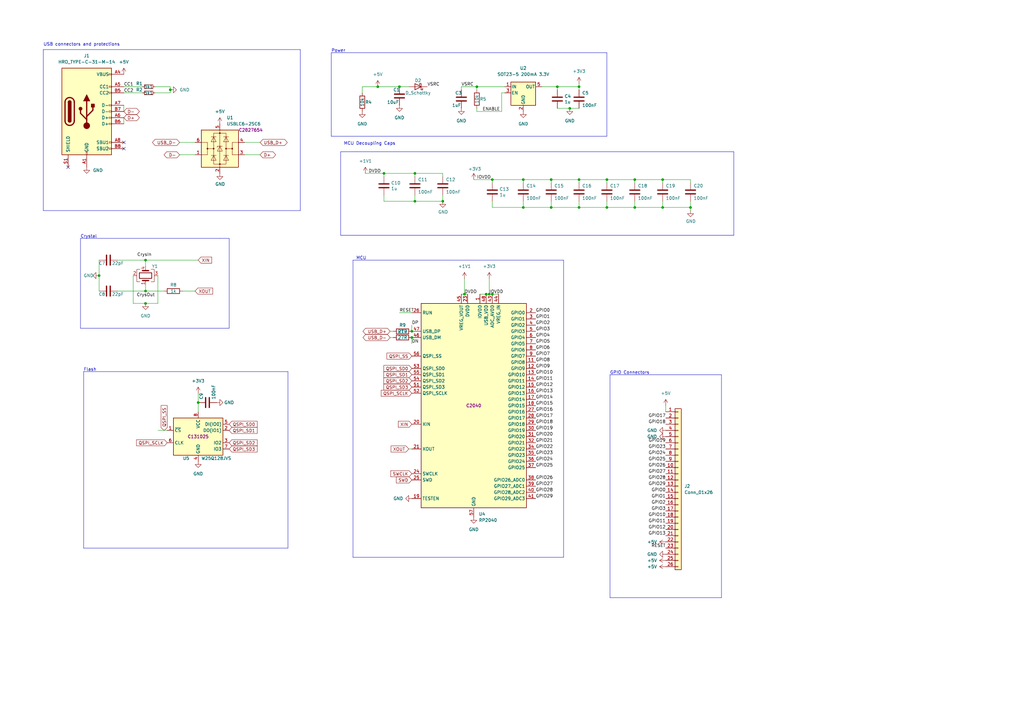
<source format=kicad_sch>
(kicad_sch (version 20211123) (generator eeschema)
  (paper "A3")
  (lib_symbols
    (symbol "Connector:USB_C_Receptacle_USB2.0" (pin_names (offset 1.016))
      (property "Reference" "J" (at -10.16 19.05 0))
      (property "Value" "USB_C_Receptacle_USB2.0" (at 19.05 19.05 0))
      (symbol "USB_C_Receptacle_USB2.0_0_0"
        (rectangle (start -0.254 -17.78) (end 0.254 -16.764))
        (rectangle (start 10.16 -14.986) (end 9.144 -15.494))
        (rectangle (start 10.16 -12.446) (end 9.144 -12.954))
        (rectangle (start 10.16 -4.826) (end 9.144 -5.334))
        (rectangle (start 10.16 -2.286) (end 9.144 -2.794))
        (rectangle (start 10.16 0.254) (end 9.144 -0.254))
        (rectangle (start 10.16 2.794) (end 9.144 2.286))
        (rectangle (start 10.16 7.874) (end 9.144 7.366))
        (rectangle (start 10.16 10.414) (end 9.144 9.906))
        (rectangle (start 10.16 15.494) (end 9.144 14.986))
      )
      (symbol "USB_C_Receptacle_USB2.0_0_1"
        (rectangle (start -10.16 17.78) (end 10.16 -17.78) (stroke (width 0.254)) (fill (type background)))
        (arc (start -8.89 -3.81) (mid -6.985 -5.715) (end -5.08 -3.81) (stroke (width 0.508)))
        (arc (start -7.62 -3.81) (mid -6.985 -4.445) (end -6.35 -3.81) (stroke (width 0.254)))
        (arc (start -7.62 -3.81) (mid -6.985 -4.445) (end -6.35 -3.81) (stroke (width 0.254)) (fill (type outline)))
        (rectangle (start -7.62 -3.81) (end -6.35 3.81) (stroke (width 0.254)) (fill (type outline)))
        (arc (start -6.35 3.81) (mid -6.985 4.445) (end -7.62 3.81) (stroke (width 0.254)))
        (arc (start -6.35 3.81) (mid -6.985 4.445) (end -7.62 3.81) (stroke (width 0.254)) (fill (type outline)))
        (arc (start -5.08 3.81) (mid -6.985 5.715) (end -8.89 3.81) (stroke (width 0.508)))
        (circle (center -2.54 1.143) (radius 0.635) (stroke (width 0.254)) (fill (type outline)))
        (circle (center 0 -5.842) (radius 1.27) (fill (type outline)))
        (polyline (pts (xy -8.89 -3.81) (xy -8.89 3.81)) (stroke (width 0.508)))
        (polyline (pts (xy -5.08 3.81) (xy -5.08 -3.81)) (stroke (width 0.508)))
        (polyline (pts (xy 0 -5.842) (xy 0 4.318)) (stroke (width 0.508)))
        (polyline (pts (xy 0 -3.302) (xy -2.54 -0.762) (xy -2.54 0.508)) (stroke (width 0.508)))
        (polyline (pts (xy 0 -2.032) (xy 2.54 0.508) (xy 2.54 1.778)) (stroke (width 0.508)))
        (polyline (pts (xy -1.27 4.318) (xy 0 6.858) (xy 1.27 4.318) (xy -1.27 4.318)) (stroke (width 0.254)) (fill (type outline)))
        (rectangle (start 1.905 1.778) (end 3.175 3.048) (stroke (width 0.254)) (fill (type outline)))
      )
      (symbol "USB_C_Receptacle_USB2.0_1_1"
        (pin passive line (at 0 -22.86 90) (length 5.08) (name "GND") (number "A1"))
        (pin passive line (at 0 -22.86 90) (length 5.08) hide (name "GND") (number "A12"))
        (pin passive line (at 15.24 15.24 180) (length 5.08) (name "VBUS") (number "A4"))
        (pin bidirectional line (at 15.24 10.16 180) (length 5.08) (name "CC1") (number "A5"))
        (pin bidirectional line (at 15.24 -2.54 180) (length 5.08) (name "D+") (number "A6"))
        (pin bidirectional line (at 15.24 2.54 180) (length 5.08) (name "D-") (number "A7"))
        (pin bidirectional line (at 15.24 -12.7 180) (length 5.08) (name "SBU1") (number "A8"))
        (pin passive line (at 15.24 15.24 180) (length 5.08) hide (name "VBUS") (number "A9"))
        (pin passive line (at 0 -22.86 90) (length 5.08) hide (name "GND") (number "B1"))
        (pin passive line (at 0 -22.86 90) (length 5.08) hide (name "GND") (number "B12"))
        (pin passive line (at 15.24 15.24 180) (length 5.08) hide (name "VBUS") (number "B4"))
        (pin bidirectional line (at 15.24 7.62 180) (length 5.08) (name "CC2") (number "B5"))
        (pin bidirectional line (at 15.24 -5.08 180) (length 5.08) (name "D+") (number "B6"))
        (pin bidirectional line (at 15.24 0 180) (length 5.08) (name "D-") (number "B7"))
        (pin bidirectional line (at 15.24 -15.24 180) (length 5.08) (name "SBU2") (number "B8"))
        (pin passive line (at 15.24 15.24 180) (length 5.08) hide (name "VBUS") (number "B9"))
        (pin passive line (at -7.62 -22.86 90) (length 5.08) (name "SHIELD") (number "S1"))
      )
    )
    (symbol "Connector_Generic:Conn_01x26" (pin_names (offset 1.016) hide)
      (property "Reference" "J" (at 0 33.02 0))
      (property "Value" "Conn_01x26" (at 0 -35.56 0))
      (symbol "Conn_01x26_1_1"
        (rectangle (start -1.27 -32.893) (end 0 -33.147) (stroke (width 0.1524)))
        (rectangle (start -1.27 -30.353) (end 0 -30.607) (stroke (width 0.1524)))
        (rectangle (start -1.27 -27.813) (end 0 -28.067) (stroke (width 0.1524)))
        (rectangle (start -1.27 -25.273) (end 0 -25.527) (stroke (width 0.1524)))
        (rectangle (start -1.27 -22.733) (end 0 -22.987) (stroke (width 0.1524)))
        (rectangle (start -1.27 -20.193) (end 0 -20.447) (stroke (width 0.1524)))
        (rectangle (start -1.27 -17.653) (end 0 -17.907) (stroke (width 0.1524)))
        (rectangle (start -1.27 -15.113) (end 0 -15.367) (stroke (width 0.1524)))
        (rectangle (start -1.27 -12.573) (end 0 -12.827) (stroke (width 0.1524)))
        (rectangle (start -1.27 -10.033) (end 0 -10.287) (stroke (width 0.1524)))
        (rectangle (start -1.27 -7.493) (end 0 -7.747) (stroke (width 0.1524)))
        (rectangle (start -1.27 -4.953) (end 0 -5.207) (stroke (width 0.1524)))
        (rectangle (start -1.27 -2.413) (end 0 -2.667) (stroke (width 0.1524)))
        (rectangle (start -1.27 0.127) (end 0 -0.127) (stroke (width 0.1524)))
        (rectangle (start -1.27 2.667) (end 0 2.413) (stroke (width 0.1524)))
        (rectangle (start -1.27 5.207) (end 0 4.953) (stroke (width 0.1524)))
        (rectangle (start -1.27 7.747) (end 0 7.493) (stroke (width 0.1524)))
        (rectangle (start -1.27 10.287) (end 0 10.033) (stroke (width 0.1524)))
        (rectangle (start -1.27 12.827) (end 0 12.573) (stroke (width 0.1524)))
        (rectangle (start -1.27 15.367) (end 0 15.113) (stroke (width 0.1524)))
        (rectangle (start -1.27 17.907) (end 0 17.653) (stroke (width 0.1524)))
        (rectangle (start -1.27 20.447) (end 0 20.193) (stroke (width 0.1524)))
        (rectangle (start -1.27 22.987) (end 0 22.733) (stroke (width 0.1524)))
        (rectangle (start -1.27 25.527) (end 0 25.273) (stroke (width 0.1524)))
        (rectangle (start -1.27 28.067) (end 0 27.813) (stroke (width 0.1524)))
        (rectangle (start -1.27 30.607) (end 0 30.353) (stroke (width 0.1524)))
        (rectangle (start -1.27 31.75) (end 1.27 -34.29) (stroke (width 0.254)) (fill (type background)))
        (pin passive line (at -5.08 30.48 0) (length 3.81) (name "Pin_1") (number "1"))
        (pin passive line (at -5.08 7.62 0) (length 3.81) (name "Pin_10") (number "10"))
        (pin passive line (at -5.08 5.08 0) (length 3.81) (name "Pin_11") (number "11"))
        (pin passive line (at -5.08 2.54 0) (length 3.81) (name "Pin_12") (number "12"))
        (pin passive line (at -5.08 0 0) (length 3.81) (name "Pin_13") (number "13"))
        (pin passive line (at -5.08 -2.54 0) (length 3.81) (name "Pin_14") (number "14"))
        (pin passive line (at -5.08 -5.08 0) (length 3.81) (name "Pin_15") (number "15"))
        (pin passive line (at -5.08 -7.62 0) (length 3.81) (name "Pin_16") (number "16"))
        (pin passive line (at -5.08 -10.16 0) (length 3.81) (name "Pin_17") (number "17"))
        (pin passive line (at -5.08 -12.7 0) (length 3.81) (name "Pin_18") (number "18"))
        (pin passive line (at -5.08 -15.24 0) (length 3.81) (name "Pin_19") (number "19"))
        (pin passive line (at -5.08 27.94 0) (length 3.81) (name "Pin_2") (number "2"))
        (pin passive line (at -5.08 -17.78 0) (length 3.81) (name "Pin_20") (number "20"))
        (pin passive line (at -5.08 -20.32 0) (length 3.81) (name "Pin_21") (number "21"))
        (pin passive line (at -5.08 -22.86 0) (length 3.81) (name "Pin_22") (number "22"))
        (pin passive line (at -5.08 -25.4 0) (length 3.81) (name "Pin_23") (number "23"))
        (pin passive line (at -5.08 -27.94 0) (length 3.81) (name "Pin_24") (number "24"))
        (pin passive line (at -5.08 -30.48 0) (length 3.81) (name "Pin_25") (number "25"))
        (pin passive line (at -5.08 -33.02 0) (length 3.81) (name "Pin_26") (number "26"))
        (pin passive line (at -5.08 25.4 0) (length 3.81) (name "Pin_3") (number "3"))
        (pin passive line (at -5.08 22.86 0) (length 3.81) (name "Pin_4") (number "4"))
        (pin passive line (at -5.08 20.32 0) (length 3.81) (name "Pin_5") (number "5"))
        (pin passive line (at -5.08 17.78 0) (length 3.81) (name "Pin_6") (number "6"))
        (pin passive line (at -5.08 15.24 0) (length 3.81) (name "Pin_7") (number "7"))
        (pin passive line (at -5.08 12.7 0) (length 3.81) (name "Pin_8") (number "8"))
        (pin passive line (at -5.08 10.16 0) (length 3.81) (name "Pin_9") (number "9"))
      )
    )
    (symbol "Device:C" (pin_numbers hide) (pin_names (offset 0.254))
      (property "Reference" "C" (at 0.635 2.54 0))
      (property "Value" "C" (at 0.635 -2.54 0))
      (symbol "C_0_1"
        (polyline (pts (xy -2.032 -0.762) (xy 2.032 -0.762)) (stroke (width 0.508)))
        (polyline (pts (xy -2.032 0.762) (xy 2.032 0.762)) (stroke (width 0.508)))
      )
      (symbol "C_1_1"
        (pin passive line (at 0 3.81 270) (length 2.794) (name "~") (number "1"))
        (pin passive line (at 0 -3.81 90) (length 2.794) (name "~") (number "2"))
      )
    )
    (symbol "Device:Crystal_GND23" (pin_names (offset 1.016) hide)
      (property "Reference" "Y" (at 3.175 5.08 0))
      (property "Value" "Crystal_GND23" (at 3.175 3.175 0))
      (symbol "Crystal_GND23_0_1"
        (rectangle (start -1.143 2.54) (end 1.143 -2.54) (stroke (width 0.3048)))
        (polyline (pts (xy -2.54 0) (xy -2.032 0)))
        (polyline (pts (xy -2.032 -1.27) (xy -2.032 1.27)) (stroke (width 0.508)))
        (polyline (pts (xy 0 -3.81) (xy 0 -3.556)))
        (polyline (pts (xy 0 3.556) (xy 0 3.81)))
        (polyline (pts (xy 2.032 -1.27) (xy 2.032 1.27)) (stroke (width 0.508)))
        (polyline (pts (xy 2.032 0) (xy 2.54 0)))
        (polyline (pts (xy -2.54 -2.286) (xy -2.54 -3.556) (xy 2.54 -3.556) (xy 2.54 -2.286)))
        (polyline (pts (xy -2.54 2.286) (xy -2.54 3.556) (xy 2.54 3.556) (xy 2.54 2.286)))
      )
      (symbol "Crystal_GND23_1_1"
        (pin passive line (at -3.81 0 0) (length 1.27) (name "1") (number "1"))
        (pin passive line (at 0 5.08 270) (length 1.27) (name "2") (number "2"))
        (pin passive line (at 0 -5.08 90) (length 1.27) (name "3") (number "3"))
        (pin passive line (at 3.81 0 180) (length 1.27) (name "4") (number "4"))
      )
    )
    (symbol "Device:D_Schottky" (pin_numbers hide) (pin_names (offset 1.016) hide)
      (property "Reference" "D" (at 0 2.54 0))
      (property "Value" "D_Schottky" (at 0 -2.54 0))
      (symbol "D_Schottky_0_1"
        (polyline (pts (xy 1.27 0) (xy -1.27 0)))
        (polyline (pts (xy 1.27 1.27) (xy 1.27 -1.27) (xy -1.27 0) (xy 1.27 1.27)) (stroke (width 0.254)))
        (polyline (pts (xy -1.905 0.635) (xy -1.905 1.27) (xy -1.27 1.27) (xy -1.27 -1.27) (xy -0.635 -1.27) (xy -0.635 -0.635)) (stroke (width 0.254)))
      )
      (symbol "D_Schottky_1_1"
        (pin passive line (at -3.81 0 0) (length 2.54) (name "K") (number "1"))
        (pin passive line (at 3.81 0 180) (length 2.54) (name "A") (number "2"))
      )
    )
    (symbol "Device:R" (pin_numbers hide) (pin_names (offset 0))
      (property "Reference" "R" (at 2.032 0 90))
      (property "Value" "R" (at 0 0 90))
      (symbol "R_0_1"
        (rectangle (start -1.016 -2.54) (end 1.016 2.54) (stroke (width 0.254)))
      )
      (symbol "R_1_1"
        (pin passive line (at 0 3.81 270) (length 1.27) (name "~") (number "1"))
        (pin passive line (at 0 -3.81 90) (length 1.27) (name "~") (number "2"))
      )
    )
    (symbol "Device:R_Small" (pin_numbers hide) (pin_names (offset 0.254) hide)
      (property "Reference" "R" (at 0.762 0.508 0))
      (property "Value" "R_Small" (at 0.762 -1.016 0))
      (symbol "R_Small_0_1"
        (rectangle (start -0.762 1.778) (end 0.762 -1.778) (stroke (width 0.2032)))
      )
      (symbol "R_Small_1_1"
        (pin passive line (at 0 2.54 270) (length 0.762) (name "~") (number "1"))
        (pin passive line (at 0 -2.54 90) (length 0.762) (name "~") (number "2"))
      )
    )
    (symbol "MCU_RaspberryPi:RP2040"
      (property "Reference" "U" (at 17.78 45.72 0))
      (property "Value" "RP2040" (at 17.78 43.18 0))
      (symbol "RP2040_0_1"
        (rectangle (start -21.59 41.91) (end 21.59 -41.91) (stroke (width 0.254)) (fill (type background)))
      )
      (symbol "RP2040_1_1"
        (pin power_in line (at 2.54 45.72 270) (length 3.81) (name "IOVDD") (number "1"))
        (pin passive line (at 2.54 45.72 270) (length 3.81) hide (name "IOVDD") (number "10"))
        (pin bidirectional line (at 25.4 17.78 180) (length 3.81) (name "GPIO8") (number "11"))
        (pin bidirectional line (at 25.4 15.24 180) (length 3.81) (name "GPIO9") (number "12"))
        (pin bidirectional line (at 25.4 12.7 180) (length 3.81) (name "GPIO10") (number "13"))
        (pin bidirectional line (at 25.4 10.16 180) (length 3.81) (name "GPIO11") (number "14"))
        (pin bidirectional line (at 25.4 7.62 180) (length 3.81) (name "GPIO12") (number "15"))
        (pin bidirectional line (at 25.4 5.08 180) (length 3.81) (name "GPIO13") (number "16"))
        (pin bidirectional line (at 25.4 2.54 180) (length 3.81) (name "GPIO14") (number "17"))
        (pin bidirectional line (at 25.4 0 180) (length 3.81) (name "GPIO15") (number "18"))
        (pin input line (at -25.4 -38.1 0) (length 3.81) (name "TESTEN") (number "19"))
        (pin bidirectional line (at 25.4 38.1 180) (length 3.81) (name "GPIO0") (number "2"))
        (pin input line (at -25.4 -7.62 0) (length 3.81) (name "XIN") (number "20"))
        (pin passive line (at -25.4 -17.78 0) (length 3.81) (name "XOUT") (number "21"))
        (pin passive line (at 2.54 45.72 270) (length 3.81) hide (name "IOVDD") (number "22"))
        (pin power_in line (at -2.54 45.72 270) (length 3.81) (name "DVDD") (number "23"))
        (pin output line (at -25.4 -27.94 0) (length 3.81) (name "SWCLK") (number "24"))
        (pin bidirectional line (at -25.4 -30.48 0) (length 3.81) (name "SWD") (number "25"))
        (pin input line (at -25.4 38.1 0) (length 3.81) (name "RUN") (number "26"))
        (pin bidirectional line (at 25.4 -2.54 180) (length 3.81) (name "GPIO16") (number "27"))
        (pin bidirectional line (at 25.4 -5.08 180) (length 3.81) (name "GPIO17") (number "28"))
        (pin bidirectional line (at 25.4 -7.62 180) (length 3.81) (name "GPIO18") (number "29"))
        (pin bidirectional line (at 25.4 35.56 180) (length 3.81) (name "GPIO1") (number "3"))
        (pin bidirectional line (at 25.4 -10.16 180) (length 3.81) (name "GPIO19") (number "30"))
        (pin bidirectional line (at 25.4 -12.7 180) (length 3.81) (name "GPIO20") (number "31"))
        (pin bidirectional line (at 25.4 -15.24 180) (length 3.81) (name "GPIO21") (number "32"))
        (pin passive line (at 2.54 45.72 270) (length 3.81) hide (name "IOVDD") (number "33"))
        (pin bidirectional line (at 25.4 -17.78 180) (length 3.81) (name "GPIO22") (number "34"))
        (pin bidirectional line (at 25.4 -20.32 180) (length 3.81) (name "GPIO23") (number "35"))
        (pin bidirectional line (at 25.4 -22.86 180) (length 3.81) (name "GPIO24") (number "36"))
        (pin bidirectional line (at 25.4 -25.4 180) (length 3.81) (name "GPIO25") (number "37"))
        (pin bidirectional line (at 25.4 -30.48 180) (length 3.81) (name "GPIO26_ADC0") (number "38"))
        (pin bidirectional line (at 25.4 -33.02 180) (length 3.81) (name "GPIO27_ADC1") (number "39"))
        (pin bidirectional line (at 25.4 33.02 180) (length 3.81) (name "GPIO2") (number "4"))
        (pin bidirectional line (at 25.4 -35.56 180) (length 3.81) (name "GPIO28_ADC2") (number "40"))
        (pin bidirectional line (at 25.4 -38.1 180) (length 3.81) (name "GPIO29_ADC3") (number "41"))
        (pin passive line (at 2.54 45.72 270) (length 3.81) hide (name "IOVDD") (number "42"))
        (pin power_in line (at 7.62 45.72 270) (length 3.81) (name "ADC_AVDD") (number "43"))
        (pin power_in line (at 10.16 45.72 270) (length 3.81) (name "VREG_IN") (number "44"))
        (pin power_out line (at -5.08 45.72 270) (length 3.81) (name "VREG_VOUT") (number "45"))
        (pin bidirectional line (at -25.4 27.94 0) (length 3.81) (name "USB_DM") (number "46"))
        (pin bidirectional line (at -25.4 30.48 0) (length 3.81) (name "USB_DP") (number "47"))
        (pin power_in line (at 5.08 45.72 270) (length 3.81) (name "USB_VDD") (number "48"))
        (pin passive line (at 2.54 45.72 270) (length 3.81) hide (name "IOVDD") (number "49"))
        (pin bidirectional line (at 25.4 30.48 180) (length 3.81) (name "GPIO3") (number "5"))
        (pin passive line (at -2.54 45.72 270) (length 3.81) hide (name "DVDD") (number "50"))
        (pin bidirectional line (at -25.4 7.62 0) (length 3.81) (name "QSPI_SD3") (number "51"))
        (pin output line (at -25.4 5.08 0) (length 3.81) (name "QSPI_SCLK") (number "52"))
        (pin bidirectional line (at -25.4 15.24 0) (length 3.81) (name "QSPI_SD0") (number "53"))
        (pin bidirectional line (at -25.4 10.16 0) (length 3.81) (name "QSPI_SD2") (number "54"))
        (pin bidirectional line (at -25.4 12.7 0) (length 3.81) (name "QSPI_SD1") (number "55"))
        (pin bidirectional line (at -25.4 20.32 0) (length 3.81) (name "QSPI_SS") (number "56"))
        (pin power_in line (at 0 -45.72 90) (length 3.81) (name "GND") (number "57"))
        (pin bidirectional line (at 25.4 27.94 180) (length 3.81) (name "GPIO4") (number "6"))
        (pin bidirectional line (at 25.4 25.4 180) (length 3.81) (name "GPIO5") (number "7"))
        (pin bidirectional line (at 25.4 22.86 180) (length 3.81) (name "GPIO6") (number "8"))
        (pin bidirectional line (at 25.4 20.32 180) (length 3.81) (name "GPIO7") (number "9"))
      )
    )
    (symbol "Memory_Flash:W25Q128JVS"
      (property "Reference" "U" (at -8.89 8.89 0))
      (property "Value" "W25Q128JVS" (at 7.62 8.89 0))
      (symbol "W25Q128JVS_0_1"
        (rectangle (start -10.16 7.62) (end 10.16 -7.62) (stroke (width 0.254)) (fill (type background)))
      )
      (symbol "W25Q128JVS_1_1"
        (pin input line (at -12.7 2.54 0) (length 2.54) (name "~{CS}") (number "1"))
        (pin bidirectional line (at 12.7 2.54 180) (length 2.54) (name "DO(IO1)") (number "2"))
        (pin bidirectional line (at 12.7 -2.54 180) (length 2.54) (name "IO2") (number "3"))
        (pin power_in line (at 0 -10.16 90) (length 2.54) (name "GND") (number "4"))
        (pin bidirectional line (at 12.7 5.08 180) (length 2.54) (name "DI(IO0)") (number "5"))
        (pin input line (at -12.7 -2.54 0) (length 2.54) (name "CLK") (number "6"))
        (pin bidirectional line (at 12.7 -5.08 180) (length 2.54) (name "IO3") (number "7"))
        (pin power_in line (at 0 10.16 270) (length 2.54) (name "VCC") (number "8"))
      )
    )
    (symbol "Power_Protection:USBLC6-2SC6" (pin_names hide)
      (property "Reference" "U" (at 2.54 8.89 0))
      (property "Value" "USBLC6-2SC6" (at 2.54 -8.89 0))
      (symbol "USBLC6-2SC6_0_1"
        (rectangle (start -7.62 -7.62) (end 7.62 7.62) (stroke (width 0.254)) (fill (type background)))
        (circle (center -5.08 0) (radius 0.254) (fill (type outline)))
        (circle (center -2.54 0) (radius 0.254) (fill (type outline)))
        (rectangle (start -2.54 6.35) (end 2.54 -6.35))
        (circle (center 0 -6.35) (radius 0.254) (fill (type outline)))
        (polyline (pts (xy -5.08 -2.54) (xy -7.62 -2.54)))
        (polyline (pts (xy -5.08 0) (xy -5.08 -2.54)))
        (polyline (pts (xy -5.08 2.54) (xy -7.62 2.54)))
        (polyline (pts (xy -1.524 -2.794) (xy -3.556 -2.794)))
        (polyline (pts (xy -1.524 4.826) (xy -3.556 4.826)))
        (polyline (pts (xy 0 -7.62) (xy 0 -6.35)))
        (polyline (pts (xy 0 -6.35) (xy 0 1.27)))
        (polyline (pts (xy 0 1.27) (xy 0 6.35)))
        (polyline (pts (xy 0 6.35) (xy 0 7.62)))
        (polyline (pts (xy 1.524 -2.794) (xy 3.556 -2.794)))
        (polyline (pts (xy 1.524 4.826) (xy 3.556 4.826)))
        (polyline (pts (xy 5.08 -2.54) (xy 7.62 -2.54)))
        (polyline (pts (xy 5.08 0) (xy 5.08 -2.54)))
        (polyline (pts (xy 5.08 2.54) (xy 7.62 2.54)))
        (polyline (pts (xy -2.54 0) (xy -5.08 0) (xy -5.08 2.54)))
        (polyline (pts (xy 2.54 0) (xy 5.08 0) (xy 5.08 2.54)))
        (polyline (pts (xy -3.556 -4.826) (xy -1.524 -4.826) (xy -2.54 -2.794) (xy -3.556 -4.826)))
        (polyline (pts (xy -3.556 2.794) (xy -1.524 2.794) (xy -2.54 4.826) (xy -3.556 2.794)))
        (polyline (pts (xy -1.016 -1.016) (xy 1.016 -1.016) (xy 0 1.016) (xy -1.016 -1.016)))
        (polyline (pts (xy 1.016 1.016) (xy 0.762 1.016) (xy -1.016 1.016) (xy -1.016 0.508)))
        (polyline (pts (xy 3.556 -4.826) (xy 1.524 -4.826) (xy 2.54 -2.794) (xy 3.556 -4.826)))
        (polyline (pts (xy 3.556 2.794) (xy 1.524 2.794) (xy 2.54 4.826) (xy 3.556 2.794)))
        (circle (center 0 6.35) (radius 0.254) (fill (type outline)))
        (circle (center 2.54 0) (radius 0.254) (fill (type outline)))
        (circle (center 5.08 0) (radius 0.254) (fill (type outline)))
      )
      (symbol "USBLC6-2SC6_1_1"
        (pin passive line (at -10.16 -2.54 0) (length 2.54) (name "I/O1") (number "1"))
        (pin passive line (at 0 -10.16 90) (length 2.54) (name "GND") (number "2"))
        (pin passive line (at 10.16 -2.54 180) (length 2.54) (name "I/O2") (number "3"))
        (pin passive line (at 10.16 2.54 180) (length 2.54) (name "I/O2") (number "4"))
        (pin passive line (at 0 10.16 270) (length 2.54) (name "VBUS") (number "5"))
        (pin passive line (at -10.16 2.54 0) (length 2.54) (name "I/O1") (number "6"))
      )
    )
    (symbol "Regulator_Linear:TLV70033_SOT23-5" (pin_names (offset 0.254))
      (property "Reference" "U" (at -3.81 5.715 0))
      (property "Value" "TLV70033_SOT23-5" (at 0 5.715 0))
      (symbol "TLV70033_SOT23-5_0_1"
        (rectangle (start -5.08 4.445) (end 5.08 -5.08) (stroke (width 0.254)) (fill (type background)))
      )
      (symbol "TLV70033_SOT23-5_1_1"
        (pin power_in line (at -7.62 2.54 0) (length 2.54) (name "IN") (number "1"))
        (pin power_in line (at 0 -7.62 90) (length 2.54) (name "GND") (number "2"))
        (pin input line (at -7.62 0 0) (length 2.54) (name "EN") (number "3"))
        (pin no_connect line (at 5.08 0 180) (length 2.54) hide (name "NC") (number "4"))
        (pin power_out line (at 7.62 2.54 180) (length 2.54) (name "OUT") (number "5"))
      )
    )
    (symbol "power:+1V1" (power) (pin_names (offset 0))
      (property "Value" "+1V1" (at 0 3.556 0))
      (symbol "+1V1_0_1"
        (polyline (pts (xy -0.762 1.27) (xy 0 2.54)))
        (polyline (pts (xy 0 0) (xy 0 2.54)))
        (polyline (pts (xy 0 2.54) (xy 0.762 1.27)))
      )
      (symbol "+1V1_1_1"
        (pin power_in line (at 0 0 90) (length 0) hide (name "+1V1") (number "1"))
      )
    )
    (symbol "power:+3V3" (power) (pin_names (offset 0))
      (property "Value" "+3V3" (at 0 3.556 0))
      (symbol "+3V3_0_1"
        (polyline (pts (xy -0.762 1.27) (xy 0 2.54)))
        (polyline (pts (xy 0 0) (xy 0 2.54)))
        (polyline (pts (xy 0 2.54) (xy 0.762 1.27)))
      )
      (symbol "+3V3_1_1"
        (pin power_in line (at 0 0 90) (length 0) hide (name "+3V3") (number "1"))
      )
    )
    (symbol "power:+5V" (power) (pin_names (offset 0))
      (property "Value" "+5V" (at 0 3.556 0))
      (symbol "+5V_0_1"
        (polyline (pts (xy -0.762 1.27) (xy 0 2.54)))
        (polyline (pts (xy 0 0) (xy 0 2.54)))
        (polyline (pts (xy 0 2.54) (xy 0.762 1.27)))
      )
      (symbol "+5V_1_1"
        (pin power_in line (at 0 0 90) (length 0) hide (name "+5V") (number "1"))
      )
    )
    (symbol "power:GND" (power) (pin_names (offset 0))
      (property "Value" "GND" (at 0 -3.81 0))
      (symbol "GND_0_1"
        (polyline (pts (xy 0 0) (xy 0 -1.27) (xy 1.27 -1.27) (xy 0 -2.54) (xy -1.27 -1.27) (xy 0 -1.27)))
      )
      (symbol "GND_1_1"
        (pin power_in line (at 0 0 270) (length 0) hide (name "GND") (number "1"))
      )
    )
  )
  (junction (at 59.69 119.38))
  (junction (at 168.91 135.89))
  (junction (at 59.69 106.68))
  (junction (at 201.93 120.65))
  (junction (at 248.92 85.09))
  (junction (at 226.06 85.09))
  (junction (at 214.63 73.66))
  (junction (at 260.35 73.66))
  (junction (at 170.18 82.55))
  (junction (at 237.49 35.56))
  (junction (at 271.78 85.09))
  (junction (at 154.94 35.56))
  (junction (at 233.68 44.45))
  (junction (at 237.49 85.09))
  (junction (at 190.5 120.65))
  (junction (at 248.92 73.66))
  (junction (at 260.35 85.09))
  (junction (at 237.49 73.66))
  (junction (at 69.85 36.83))
  (junction (at 181.61 82.55))
  (junction (at 271.78 73.66))
  (junction (at 228.6 35.56))
  (junction (at 195.58 35.56))
  (junction (at 226.06 73.66))
  (junction (at 201.93 73.66))
  (junction (at 59.69 124.46))
  (junction (at 200.66 120.65))
  (junction (at 81.28 165.1))
  (junction (at 163.83 35.56))
  (junction (at 170.18 71.12))
  (junction (at 214.63 85.09))
  (junction (at 283.21 85.09))
  (junction (at 199.39 120.65))
  (junction (at 157.48 71.12))
  (junction (at 168.91 138.43))
  (junction (at 40.64 113.03))
  (no_connect (at 50.8 60.96))
  (no_connect (at 50.8 58.42))
  (no_connect (at 27.94 68.58))
  (wire (pts (xy 226.06 85.09) (xy 214.63 85.09)))
  (wire (pts (xy 168.91 140.97) (xy 168.91 138.43)))
  (wire (pts (xy 237.49 74.93) (xy 237.49 73.66)))
  (wire (pts (xy 69.85 35.56) (xy 69.85 36.83)))
  (wire (pts (xy 248.92 73.66) (xy 260.35 73.66)))
  (wire (pts (xy 48.26 106.68) (xy 59.69 106.68)))
  (wire (pts (xy 237.49 34.29) (xy 237.49 35.56)))
  (polyline (pts (xy 17.78 20.32) (xy 123.19 20.32)) (stroke (width 0) (type solid)))
  (wire (pts (xy 50.8 48.26) (xy 50.8 50.8)))
  (wire (pts (xy 170.18 80.01) (xy 170.18 82.55)))
  (wire (pts (xy 189.23 35.56) (xy 189.23 36.83)))
  (wire (pts (xy 195.58 36.83) (xy 195.58 35.56)))
  (wire (pts (xy 163.83 128.27) (xy 168.91 128.27)))
  (wire (pts (xy 189.23 120.65) (xy 190.5 120.65)))
  (polyline (pts (xy 144.78 106.68) (xy 144.78 228.6)) (stroke (width 0) (type solid)))
  (wire (pts (xy 214.63 73.66) (xy 226.06 73.66)))
  (wire (pts (xy 73.66 63.5) (xy 80.01 63.5)))
  (wire (pts (xy 201.93 82.55) (xy 201.93 85.09)))
  (wire (pts (xy 106.68 58.42) (xy 100.33 58.42)))
  (wire (pts (xy 148.59 35.56) (xy 154.94 35.56)))
  (wire (pts (xy 228.6 35.56) (xy 228.6 36.83)))
  (wire (pts (xy 200.66 114.3) (xy 200.66 120.65)))
  (wire (pts (xy 160.02 135.89) (xy 161.29 135.89)))
  (wire (pts (xy 228.6 35.56) (xy 222.25 35.56)))
  (wire (pts (xy 271.78 85.09) (xy 283.21 85.09)))
  (wire (pts (xy 170.18 71.12) (xy 181.61 71.12)))
  (wire (pts (xy 154.94 35.56) (xy 163.83 35.56)))
  (wire (pts (xy 195.58 35.56) (xy 207.01 35.56)))
  (wire (pts (xy 50.8 35.56) (xy 58.42 35.56)))
  (wire (pts (xy 74.93 119.38) (xy 80.01 119.38)))
  (wire (pts (xy 157.48 80.01) (xy 157.48 82.55)))
  (wire (pts (xy 260.35 74.93) (xy 260.35 73.66)))
  (wire (pts (xy 214.63 82.55) (xy 214.63 85.09)))
  (polyline (pts (xy 34.29 152.4) (xy 118.11 152.4)) (stroke (width 0) (type solid)))
  (wire (pts (xy 157.48 71.12) (xy 170.18 71.12)))
  (wire (pts (xy 205.74 38.1) (xy 205.74 45.72)))
  (wire (pts (xy 59.69 106.68) (xy 81.28 106.68)))
  (polyline (pts (xy 146.05 62.23) (xy 300.99 62.23)) (stroke (width 0) (type solid)))
  (wire (pts (xy 160.02 138.43) (xy 161.29 138.43)))
  (wire (pts (xy 283.21 74.93) (xy 283.21 73.66)))
  (wire (pts (xy 59.69 116.84) (xy 59.69 119.38)))
  (wire (pts (xy 63.5 35.56) (xy 69.85 35.56)))
  (wire (pts (xy 201.93 120.65) (xy 204.47 120.65)))
  (wire (pts (xy 207.01 38.1) (xy 205.74 38.1)))
  (polyline (pts (xy 90.17 97.79) (xy 33.02 97.79)) (stroke (width 0) (type solid)))
  (wire (pts (xy 201.93 74.93) (xy 201.93 73.66)))
  (wire (pts (xy 149.86 71.12) (xy 157.48 71.12)))
  (wire (pts (xy 157.48 82.55) (xy 170.18 82.55)))
  (polyline (pts (xy 33.02 134.62) (xy 93.98 134.62)) (stroke (width 0) (type solid)))
  (wire (pts (xy 54.61 124.46) (xy 59.69 124.46)))
  (wire (pts (xy 271.78 73.66) (xy 283.21 73.66)))
  (wire (pts (xy 148.59 35.56) (xy 148.59 38.1)))
  (polyline (pts (xy 123.19 86.36) (xy 123.19 20.32)) (stroke (width 0) (type solid)))
  (wire (pts (xy 64.77 176.53) (xy 68.58 176.53)))
  (wire (pts (xy 181.61 80.01) (xy 181.61 82.55)))
  (wire (pts (xy 260.35 73.66) (xy 271.78 73.66)))
  (wire (pts (xy 163.83 35.56) (xy 167.64 35.56)))
  (wire (pts (xy 157.48 72.39) (xy 157.48 71.12)))
  (polyline (pts (xy 118.11 152.4) (xy 118.11 224.79)) (stroke (width 0) (type solid)))
  (wire (pts (xy 283.21 85.09) (xy 283.21 86.36)))
  (polyline (pts (xy 34.29 152.4) (xy 34.29 224.79)) (stroke (width 0) (type solid)))
  (wire (pts (xy 181.61 82.55) (xy 170.18 82.55)))
  (polyline (pts (xy 295.91 153.67) (xy 295.91 245.11)) (stroke (width 0) (type solid)))
  (wire (pts (xy 237.49 36.83) (xy 237.49 35.56)))
  (wire (pts (xy 271.78 74.93) (xy 271.78 73.66)))
  (wire (pts (xy 190.5 114.3) (xy 190.5 120.65)))
  (wire (pts (xy 201.93 73.66) (xy 214.63 73.66)))
  (wire (pts (xy 190.5 120.65) (xy 191.77 120.65)))
  (wire (pts (xy 194.31 73.66) (xy 201.93 73.66)))
  (wire (pts (xy 63.5 38.1) (xy 69.85 38.1)))
  (wire (pts (xy 40.64 113.03) (xy 40.64 119.38)))
  (wire (pts (xy 237.49 73.66) (xy 248.92 73.66)))
  (wire (pts (xy 189.23 35.56) (xy 195.58 35.56)))
  (wire (pts (xy 228.6 44.45) (xy 233.68 44.45)))
  (polyline (pts (xy 135.89 55.88) (xy 248.92 55.88)) (stroke (width 0) (type solid)))
  (wire (pts (xy 81.28 165.1) (xy 81.28 168.91)))
  (wire (pts (xy 168.91 133.35) (xy 168.91 135.89)))
  (wire (pts (xy 260.35 82.55) (xy 260.35 85.09)))
  (wire (pts (xy 200.66 120.65) (xy 201.93 120.65)))
  (wire (pts (xy 228.6 35.56) (xy 237.49 35.56)))
  (wire (pts (xy 226.06 74.93) (xy 226.06 73.66)))
  (wire (pts (xy 195.58 45.72) (xy 205.74 45.72)))
  (polyline (pts (xy 300.99 62.23) (xy 300.99 96.52)) (stroke (width 0) (type solid)))
  (wire (pts (xy 226.06 82.55) (xy 226.06 85.09)))
  (wire (pts (xy 201.93 85.09) (xy 214.63 85.09)))
  (wire (pts (xy 271.78 85.09) (xy 260.35 85.09)))
  (polyline (pts (xy 248.92 55.88) (xy 248.92 21.59)) (stroke (width 0) (type solid)))
  (wire (pts (xy 196.85 120.65) (xy 199.39 120.65)))
  (polyline (pts (xy 250.19 153.67) (xy 295.91 153.67)) (stroke (width 0) (type solid)))
  (wire (pts (xy 170.18 72.39) (xy 170.18 71.12)))
  (wire (pts (xy 48.26 119.38) (xy 59.69 119.38)))
  (wire (pts (xy 40.64 106.68) (xy 40.64 113.03)))
  (wire (pts (xy 273.05 168.91) (xy 273.05 166.37)))
  (wire (pts (xy 283.21 82.55) (xy 283.21 85.09)))
  (wire (pts (xy 69.85 36.83) (xy 69.85 38.1)))
  (wire (pts (xy 73.66 58.42) (xy 80.01 58.42)))
  (polyline (pts (xy 93.98 134.62) (xy 93.98 97.79)) (stroke (width 0) (type solid)))
  (polyline (pts (xy 250.19 153.67) (xy 250.19 245.11)) (stroke (width 0) (type solid)))
  (wire (pts (xy 214.63 74.93) (xy 214.63 73.66)))
  (polyline (pts (xy 300.99 96.52) (xy 139.7 96.52)) (stroke (width 0) (type solid)))
  (wire (pts (xy 64.77 124.46) (xy 59.69 124.46)))
  (polyline (pts (xy 231.14 228.6) (xy 144.78 228.6)) (stroke (width 0) (type solid)))
  (polyline (pts (xy 295.91 245.11) (xy 250.19 245.11)) (stroke (width 0) (type solid)))
  (wire (pts (xy 59.69 109.22) (xy 59.69 106.68)))
  (wire (pts (xy 50.8 43.18) (xy 50.8 45.72)))
  (polyline (pts (xy 33.02 97.79) (xy 33.02 134.62)) (stroke (width 0) (type solid)))
  (wire (pts (xy 167.64 184.15) (xy 168.91 184.15)))
  (polyline (pts (xy 139.7 62.23) (xy 146.05 62.23)) (stroke (width 0) (type solid)))
  (wire (pts (xy 226.06 73.66) (xy 237.49 73.66)))
  (wire (pts (xy 54.61 113.03) (xy 54.61 124.46)))
  (wire (pts (xy 237.49 85.09) (xy 226.06 85.09)))
  (wire (pts (xy 248.92 82.55) (xy 248.92 85.09)))
  (polyline (pts (xy 135.89 21.59) (xy 248.92 21.59)) (stroke (width 0) (type solid)))
  (wire (pts (xy 64.77 113.03) (xy 64.77 124.46)))
  (wire (pts (xy 181.61 72.39) (xy 181.61 71.12)))
  (wire (pts (xy 81.28 161.29) (xy 81.28 165.1)))
  (wire (pts (xy 248.92 74.93) (xy 248.92 73.66)))
  (wire (pts (xy 237.49 82.55) (xy 237.49 85.09)))
  (wire (pts (xy 195.58 44.45) (xy 195.58 45.72)))
  (wire (pts (xy 260.35 85.09) (xy 248.92 85.09)))
  (wire (pts (xy 199.39 120.65) (xy 200.66 120.65)))
  (polyline (pts (xy 90.17 97.79) (xy 93.98 97.79)) (stroke (width 0) (type solid)))
  (polyline (pts (xy 231.14 106.68) (xy 231.14 228.6)) (stroke (width 0) (type solid)))
  (wire (pts (xy 106.68 63.5) (xy 100.33 63.5)))
  (polyline (pts (xy 139.7 96.52) (xy 139.7 62.23)) (stroke (width 0) (type solid)))
  (wire (pts (xy 59.69 119.38) (xy 67.31 119.38)))
  (wire (pts (xy 248.92 85.09) (xy 237.49 85.09)))
  (polyline (pts (xy 17.78 86.36) (xy 123.19 86.36)) (stroke (width 0) (type solid)))
  (polyline (pts (xy 144.78 106.68) (xy 231.14 106.68)) (stroke (width 0) (type solid)))
  (polyline (pts (xy 135.89 21.59) (xy 135.89 55.88)) (stroke (width 0) (type solid)))
  (polyline (pts (xy 17.78 20.32) (xy 17.78 86.36)) (stroke (width 0) (type solid)))
  (polyline (pts (xy 118.11 224.79) (xy 34.29 224.79)) (stroke (width 0) (type solid)))
  (wire (pts (xy 237.49 44.45) (xy 233.68 44.45)))
  (wire (pts (xy 271.78 82.55) (xy 271.78 85.09)))
  (wire (pts (xy 50.8 38.1) (xy 58.42 38.1)))
  (text "USB connectors and protections" (at 17.78 19.05 0) (effects (font (size 1.27 1.27)) (justify left bottom)))
  (text "Crystal" (at 33.02 97.79 0) (effects (font (size 1.27 1.27)) (justify left bottom)))
  (text "MCU\n" (at 146.05 106.68 0) (effects (font (size 1.27 1.27)) (justify left bottom)))
  (text "MCU Decoupling Caps" (at 140.97 59.69 0) (effects (font (size 1.27 1.27)) (justify left bottom)))
  (text "Flash" (at 34.29 152.4 0) (effects (font (size 1.27 1.27)) (justify left bottom)))
  (text "Power" (at 135.89 21.59 0) (effects (font (size 1.27 1.27)) (justify left bottom)))
  (text "GPIO Connectors" (at 250.19 153.67 0) (effects (font (size 1.27 1.27)) (justify left bottom)))
  (label "GPIO25" (at 219.71 191.77 0))
  (label "GPIO14" (at 219.71 163.83 0))
  (label "GPIO2" (at 219.71 133.35 0))
  (label "GPIO13" (at 273.05 219.71 180))
  (label "GPIO22" (at 219.71 184.15 0))
  (label "GPIO26" (at 273.05 191.77 180))
  (label "GPIO12" (at 219.71 158.75 0))
  (label "RESET" (at 163.83 128.27 0))
  (label "GPIO11" (at 219.71 156.21 0))
  (label "GPIO13" (at 219.71 161.29 0))
  (label "GPIO23" (at 219.71 186.69 0))
  (label "GPIO9" (at 219.71 151.13 0))
  (label "GPIO27" (at 219.71 199.39 0))
  (label "GPIO0" (at 219.71 128.27 0))
  (label "VSRC" (at 175.26 35.56 0))
  (label "GPIO6" (at 219.71 143.51 0))
  (label "GPIO27" (at 273.05 194.31 180))
  (label "GPIO3" (at 219.71 135.89 0))
  (label "GPIO4" (at 219.71 138.43 0))
  (label "GPIO24" (at 273.05 186.69 180))
  (label "GPIO26" (at 219.71 196.85 0))
  (label "GPIO1" (at 219.71 130.81 0))
  (label "GPIO12" (at 273.05 217.17 180))
  (label "IOVDD" (at 200.66 120.65 0))
  (label "GPIO17" (at 219.71 171.45 0))
  (label "GPIO1" (at 273.05 204.47 180))
  (label "GPIO21" (at 219.71 181.61 0))
  (label "CC2" (at 50.8 38.1 0))
  (label "DP" (at 168.91 133.35 0))
  (label "GPIO10" (at 273.05 212.09 180))
  (label "GPIO29" (at 273.05 199.39 180))
  (label "GPIO25" (at 273.05 189.23 180))
  (label "GPIO28" (at 219.71 201.93 0))
  (label "GPIO18" (at 273.05 173.99 180))
  (label "DN" (at 168.91 140.97 0))
  (label "DVDD" (at 151.13 71.12 0))
  (label "CrysIn" (at 62.23 105.41 180))
  (label "RESET" (at 273.05 224.79 180))
  (label "GPIO19" (at 273.05 181.61 180))
  (label "GPIO16" (at 219.71 168.91 0))
  (label "ENABLE" (at 205.105 45.72 180))
  (label "IOVDD" (at 195.58 73.66 0))
  (label "GPIO24" (at 219.71 189.23 0))
  (label "CC1" (at 50.8 35.56 0))
  (label "GPIO3" (at 273.05 209.55 180))
  (label "GPIO20" (at 219.71 179.07 0))
  (label "GPIO28" (at 273.05 196.85 180))
  (label "GPIO15" (at 219.71 166.37 0))
  (label "GPIO18" (at 219.71 173.99 0))
  (label "GPIO29" (at 219.71 204.47 0))
  (label "DVDD" (at 190.5 120.65 0))
  (label "GPIO17" (at 273.05 171.45 180))
  (label "GPIO5" (at 219.71 140.97 0))
  (label "GPIO19" (at 219.71 176.53 0))
  (label "CrysOut" (at 63.5 121.92 180))
  (label "VSRC" (at 189.23 35.56 0))
  (label "GPIO23" (at 273.05 184.15 180))
  (label "GPIO2" (at 273.05 207.01 180))
  (label "GPIO8" (at 219.71 148.59 0))
  (label "GPIO11" (at 273.05 214.63 180))
  (label "GPIO7" (at 219.71 146.05 0))
  (label "GPIO0" (at 273.05 201.93 180))
  (label "GPIO10" (at 219.71 153.67 0))
  (global_label "QSPI_SD0" (shape input) (at 168.91 151.13 180) (property "Intersheet References" "${INTERSHEET_REFS}" (effects hide)))
  (global_label "D-" (shape bidirectional) (at 50.8 45.72 0) (property "Intersheet References" "${INTERSHEET_REFS}" (effects hide)))
  (global_label "QSPI_SD1" (shape input) (at 168.91 153.67 180) (property "Intersheet References" "${INTERSHEET_REFS}" (effects hide)))
  (global_label "QSPI_SS" (shape input) (at 168.91 146.05 180) (property "Intersheet References" "${INTERSHEET_REFS}" (effects hide)))
  (global_label "USB_D+" (shape bidirectional) (at 160.02 135.89 180) (property "Intersheet References" "${INTERSHEET_REFS}" (effects hide)))
  (global_label "USB_D-" (shape bidirectional) (at 160.02 138.43 180) (property "Intersheet References" "${INTERSHEET_REFS}" (effects hide)))
  (global_label "XOUT" (shape input) (at 80.01 119.38 0) (property "Intersheet References" "${INTERSHEET_REFS}" (effects hide)))
  (global_label "QSPI_SS" (shape input) (at 67.31 176.53 90) (property "Intersheet References" "${INTERSHEET_REFS}" (effects hide)))
  (global_label "QSPI_SCLK" (shape input) (at 168.91 161.29 180) (property "Intersheet References" "${INTERSHEET_REFS}" (effects hide)))
  (global_label "QSPI_SD2" (shape input) (at 168.91 156.21 180) (property "Intersheet References" "${INTERSHEET_REFS}" (effects hide)))
  (global_label "XIN" (shape input) (at 168.91 173.99 180) (property "Intersheet References" "${INTERSHEET_REFS}" (effects hide)))
  (global_label "QSPI_SD2" (shape input) (at 93.98 181.61 0) (property "Intersheet References" "${INTERSHEET_REFS}" (effects hide)))
  (global_label "D+" (shape bidirectional) (at 50.8 48.26 0) (property "Intersheet References" "${INTERSHEET_REFS}" (effects hide)))
  (global_label "USB_D+" (shape bidirectional) (at 106.68 58.42 0) (property "Intersheet References" "${INTERSHEET_REFS}" (effects hide)))
  (global_label "XIN" (shape input) (at 81.28 106.68 0) (property "Intersheet References" "${INTERSHEET_REFS}" (effects hide)))
  (global_label "QSPI_SD0" (shape input) (at 93.98 173.99 0) (property "Intersheet References" "${INTERSHEET_REFS}" (effects hide)))
  (global_label "QSPI_SD3" (shape input) (at 168.91 158.75 180) (property "Intersheet References" "${INTERSHEET_REFS}" (effects hide)))
  (global_label "D-" (shape bidirectional) (at 73.66 63.5 180) (property "Intersheet References" "${INTERSHEET_REFS}" (effects hide)))
  (global_label "XOUT" (shape input) (at 167.64 184.15 180) (property "Intersheet References" "${INTERSHEET_REFS}" (effects hide)))
  (global_label "QSPI_SD3" (shape input) (at 93.98 184.15 0) (property "Intersheet References" "${INTERSHEET_REFS}" (effects hide)))
  (global_label "QSPI_SCLK" (shape input) (at 68.58 181.61 180) (property "Intersheet References" "${INTERSHEET_REFS}" (effects hide)))
  (global_label "QSPI_SD1" (shape input) (at 93.98 176.53 0) (property "Intersheet References" "${INTERSHEET_REFS}" (effects hide)))
  (global_label "SWD" (shape input) (at 168.91 196.85 180) (property "Intersheet References" "${INTERSHEET_REFS}" (effects hide)))
  (global_label "D+" (shape bidirectional) (at 106.68 63.5 0) (property "Intersheet References" "${INTERSHEET_REFS}" (effects hide)))
  (global_label "SWCLK" (shape input) (at 168.91 194.31 180) (property "Intersheet References" "${INTERSHEET_REFS}" (effects hide)))
  (global_label "USB_D-" (shape bidirectional) (at 73.66 58.42 180) (property "Intersheet References" "${INTERSHEET_REFS}" (effects hide)))
  (symbol (lib_id "power:GND") (at 189.23 44.45 0) (unit 1)
    (property "Reference" "#PWR012" (effects hide))
    (property "Value" "GND" (at 189.23 49.53 0))
  )
  (symbol (lib_id "power:GND") (at 81.28 189.23 0) (unit 1)
    (property "Reference" "#PWR030" (effects hide))
    (property "Value" "GND" (at 81.28 194.31 0))
  )
  (symbol (lib_id "power:GND") (at 40.64 113.03 270) (unit 1)
    (property "Reference" "#PWR021" (effects hide))
    (property "Value" "GND" (at 34.29 113.03 90) (effects (justify left)))
  )
  (symbol (lib_id "Device:R_Small") (at 60.96 35.56 90) (unit 1)
    (property "Reference" "R1" (at 57.15 34.29 90))
    (property "Value" "5k1" (at 60.96 35.56 90))
    (property "Footprint" "Resistor_SMD:R_0402_1005Metric" (effects hide))
    (property "LCSC" "C25905" (effects hide))
  )
  (symbol (lib_id "power:+5V") (at 273.05 229.87 90) (unit 1)
    (property "Reference" "#PWR0108" (effects hide))
    (property "Value" "+5V" (at 265.43 229.87 90) (effects (justify right)))
  )
  (symbol (lib_id "power:GND") (at 283.21 86.36 0) (unit 1)
    (property "Reference" "#PWR040" (effects hide))
    (property "Value" "GND" (at 283.337 90.7542 0))
  )
  (symbol (lib_id "power:+5V") (at 154.94 35.56 0) (unit 1)
    (property "Reference" "#PWR010" (effects hide))
    (property "Value" "+5V" (at 154.94 30.48 0))
  )
  (symbol (lib_id "power:GND") (at 168.91 204.47 270) (unit 1)
    (property "Reference" "#PWR023" (effects hide))
    (property "Value" "GND" (at 161.29 204.47 90) (effects (justify left)))
  )
  (symbol (lib_id "power:GND") (at 273.05 176.53 270) (mirror x) (unit 1)
    (property "Reference" "#PWR0103" (effects hide))
    (property "Value" "GND" (at 265.43 176.53 90) (effects (justify left)))
  )
  (symbol (lib_id "power:GND") (at 181.61 82.55 0) (unit 1)
    (property "Reference" "#PWR034" (effects hide))
    (property "Value" "GND" (at 181.737 86.9442 0))
  )
  (symbol (lib_id "Device:C") (at 201.93 78.74 0) (unit 1)
    (property "Reference" "C13" (at 204.851 77.5716 0) (effects (justify left)))
    (property "Value" "1u" (at 204.851 79.883 0) (effects (justify left)))
    (property "Footprint" "Capacitor_SMD:C_0402_1005Metric" (effects hide))
    (property "pin" "44" (effects hide))
    (property "LCSC" "C14445" (effects hide))
  )
  (symbol (lib_id "Device:R_Small") (at 60.96 38.1 90) (unit 1)
    (property "Reference" "R2" (at 57.15 36.83 90))
    (property "Value" "5k1" (at 60.96 38.1 90))
    (property "Footprint" "Resistor_SMD:R_0402_1005Metric" (effects hide))
    (property "LCSC" "C25905" (effects hide))
  )
  (symbol (lib_id "MCU_RaspberryPi:RP2040") (at 194.31 166.37 0) (unit 1)
    (property "Reference" "U4" (at 196.3294 210.82 0) (effects (justify left)))
    (property "Value" "RP2040" (at 196.3294 213.36 0) (effects (justify left)))
    (property "Footprint" "Package_DFN_QFN:QFN-56-1EP_7x7mm_P0.4mm_EP3.2x3.2mm" (effects hide))
    (property "Datasheet" "https://datasheets.raspberrypi.com/rp2040/rp2040-datasheet.pdf" (effects hide))
    (property "LCSC" "C2040" (at 194.31 166.37 0))
  )
  (symbol (lib_id "power:+5V") (at 273.05 166.37 0) (unit 1)
    (property "Reference" "#PWR0102" (effects hide))
    (property "Value" "+5V" (at 273.05 161.29 0))
  )
  (symbol (lib_id "Device:C") (at 163.83 39.37 0) (unit 1)
    (property "Reference" "C1" (at 161.29 36.83 0) (effects (justify left)))
    (property "Value" "10uF" (at 158.75 41.91 0) (effects (justify left)))
    (property "Footprint" "Capacitor_SMD:C_0402_1005Metric" (effects hide))
    (property "LCSC" "C15525" (effects hide))
  )
  (symbol (lib_id "power:GND") (at 90.17 71.12 0) (unit 1)
    (property "Reference" "#PWR06" (effects hide))
    (property "Value" "GND" (at 90.297 75.5142 0))
  )
  (symbol (lib_id "Connector:USB_C_Receptacle_USB2.0") (at 35.56 45.72 0) (unit 1)
    (property "Reference" "J1" (at 35.56 22.86 0))
    (property "Value" "HRO_TYPE-C-31-M-14" (at 35.56 25.4 0))
    (property "Footprint" "Connector_USB:USB_C_Receptacle_HRO_TYPE-C-31-M-12" (effects hide))
    (property "Datasheet" "https://www.usb.org/sites/default/files/documents/usb_type-c.zip" (effects hide))
    (property "LCSC" "C165948" (effects hide))
  )
  (symbol (lib_id "power:+5V") (at 90.17 50.8 0) (unit 1)
    (property "Reference" "#PWR05" (effects hide))
    (property "Value" "+5V" (at 90.17 45.72 0))
  )
  (symbol (lib_id "Memory_Flash:W25Q128JVS") (at 81.28 179.07 0) (unit 1)
    (property "Reference" "U5" (at 74.93 187.96 0) (effects (justify left)))
    (property "Value" "W25Q128JVS" (at 82.55 187.96 0) (effects (justify left)))
    (property "Footprint" "Package_SO:SOIC-8_5.23x5.23mm_P1.27mm" (effects hide))
    (property "Datasheet" "http://www.winbond.com/resource-files/w25q128jv_dtr%20revc%2003272018%20plus.pdf" (effects hide))
    (property "LCSC" "C131025" (at 81.28 179.07 0))
  )
  (symbol (lib_id "power:GND") (at 163.83 43.18 0) (unit 1)
    (property "Reference" "#PWR0101" (effects hide))
    (property "Value" "GND" (at 163.83 48.26 0))
  )
  (symbol (lib_id "Device:C") (at 170.18 76.2 180) (unit 1)
    (property "Reference" "C11" (at 171.45 73.66 0) (effects (justify right)))
    (property "Value" "100nF" (at 171.45 78.74 0) (effects (justify right)))
    (property "Footprint" "Capacitor_SMD:C_0402_1005Metric" (effects hide))
    (property "LCSC" "C1525" (effects hide))
  )
  (symbol (lib_id "Device:R") (at 71.12 119.38 90) (unit 1)
    (property "Reference" "R8" (at 71.12 116.84 90))
    (property "Value" "1k" (at 71.12 119.38 90))
    (property "Footprint" "Resistor_SMD:R_0402_1005Metric" (effects hide))
    (property "LCSC" "C106235" (effects hide))
  )
  (symbol (lib_id "Device:D_Schottky") (at 171.45 35.56 180) (unit 1)
    (property "Reference" "D2" (at 171.45 33.02 0))
    (property "Value" "D_Schottky" (at 171.45 38.1 0))
    (property "Footprint" "Diode_SMD:D_SOD-323" (effects hide))
    (property "LCSC" "C22624" (effects hide))
  )
  (symbol (lib_id "power:GND") (at 59.69 124.46 0) (unit 1)
    (property "Reference" "#PWR022" (effects hide))
    (property "Value" "GND" (at 59.69 129.54 0))
  )
  (symbol (lib_id "power:+1V1") (at 149.86 71.12 0) (unit 1)
    (property "Reference" "#PWR033" (effects hide))
    (property "Value" "+1V1" (at 149.86 66.04 0))
  )
  (symbol (lib_id "Device:C") (at 44.45 106.68 270) (unit 1)
    (property "Reference" "C7" (at 43.18 107.95 90) (effects (justify right)))
    (property "Value" "22pF" (at 50.8 107.95 90) (effects (justify right)))
    (property "Footprint" "Capacitor_SMD:C_0402_1005Metric" (effects hide))
    (property "LCSC" "C70464" (effects hide))
  )
  (symbol (lib_id "Device:C") (at 157.48 76.2 0) (unit 1)
    (property "Reference" "C10" (at 160.401 75.0316 0) (effects (justify left)))
    (property "Value" "1u" (at 160.401 77.343 0) (effects (justify left)))
    (property "Footprint" "Capacitor_SMD:C_0402_1005Metric" (effects hide))
    (property "pin" "44" (effects hide))
    (property "LCSC" "C14445" (effects hide))
  )
  (symbol (lib_id "Device:C") (at 181.61 76.2 180) (unit 1)
    (property "Reference" "C12" (at 182.88 73.66 0) (effects (justify right)))
    (property "Value" "100nF" (at 182.88 78.74 0) (effects (justify right)))
    (property "Footprint" "Capacitor_SMD:C_0402_1005Metric" (effects hide))
    (property "LCSC" "C1525" (effects hide))
  )
  (symbol (lib_id "Device:C") (at 237.49 78.74 180) (unit 1)
    (property "Reference" "C16" (at 238.76 76.2 0) (effects (justify right)))
    (property "Value" "100nF" (at 238.76 81.28 0) (effects (justify right)))
    (property "Footprint" "Capacitor_SMD:C_0402_1005Metric" (effects hide))
    (property "LCSC" "C1525" (effects hide))
  )
  (symbol (lib_id "Device:R") (at 148.59 41.91 180) (unit 1)
    (property "Reference" "R4" (at 151.13 41.91 0))
    (property "Value" "10k" (at 148.59 41.91 90))
    (property "Footprint" "Resistor_SMD:R_0402_1005Metric" (effects hide))
    (property "LCSC" "C60490" (effects hide))
  )
  (symbol (lib_id "power:+3V3") (at 81.28 161.29 0) (unit 1)
    (property "Reference" "#PWR029" (effects hide))
    (property "Value" "+3V3" (at 81.28 156.21 0))
  )
  (symbol (lib_id "Power_Protection:USBLC6-2SC6") (at 90.17 60.96 0) (unit 1)
    (property "Reference" "U1" (at 92.9387 48.26 0) (effects (justify left)))
    (property "Value" "USBLC6-2SC6" (at 92.9387 50.8 0) (effects (justify left)))
    (property "Footprint" "Package_TO_SOT_SMD:SOT-23-6" (effects hide))
    (property "Datasheet" "https://www.st.com/resource/en/datasheet/usblc6-2.pdf" (effects hide))
    (property "LCSC" "C2827654" (at 102.87 53.34 0))
  )
  (symbol (lib_id "power:GND") (at 148.59 45.72 0) (unit 1)
    (property "Reference" "#PWR09" (effects hide))
    (property "Value" "GND" (at 148.59 50.8 0))
  )
  (symbol (lib_id "power:+3V3") (at 194.31 73.66 0) (unit 1)
    (property "Reference" "#PWR035" (effects hide))
    (property "Value" "+3V3" (at 194.691 69.2658 0))
  )
  (symbol (lib_id "Device:C") (at 44.45 119.38 270) (unit 1)
    (property "Reference" "C8" (at 43.18 120.65 90) (effects (justify right)))
    (property "Value" "22pF" (at 50.8 120.65 90) (effects (justify right)))
    (property "Footprint" "Capacitor_SMD:C_0402_1005Metric" (effects hide))
    (property "LCSC" "C70464" (effects hide))
  )
  (symbol (lib_id "power:GND") (at 35.56 68.58 0) (unit 1)
    (property "Reference" "#PWR01" (effects hide))
    (property "Value" "GND" (at 38.1 69.8499 0) (effects (justify left)))
  )
  (symbol (lib_id "power:+3V3") (at 237.49 34.29 0) (unit 1)
    (property "Reference" "#PWR015" (effects hide))
    (property "Value" "+3V3" (at 237.49 29.21 0))
  )
  (symbol (lib_id "Device:R") (at 165.1 135.89 90) (unit 1)
    (property "Reference" "R9" (at 165.1 133.35 90))
    (property "Value" "27R" (at 165.1 135.89 90))
    (property "Footprint" "Resistor_SMD:R_0402_1005Metric" (effects hide))
    (property "LCSC" "C3017455" (effects hide))
  )
  (symbol (lib_id "Device:C") (at 226.06 78.74 180) (unit 1)
    (property "Reference" "C15" (at 227.33 76.2 0) (effects (justify right)))
    (property "Value" "100nF" (at 227.33 81.28 0) (effects (justify right)))
    (property "Footprint" "Capacitor_SMD:C_0402_1005Metric" (effects hide))
    (property "LCSC" "C1525" (effects hide))
  )
  (symbol (lib_id "power:+5V") (at 50.8 30.48 0) (unit 1)
    (property "Reference" "#PWR07" (effects hide))
    (property "Value" "+5V" (at 50.8 25.4 0))
  )
  (symbol (lib_id "power:+1V1") (at 190.5 114.3 0) (unit 1)
    (property "Reference" "#PWR024" (effects hide))
    (property "Value" "+1V1" (at 190.5 109.22 0))
  )
  (symbol (lib_id "Device:C") (at 260.35 78.74 180) (unit 1)
    (property "Reference" "C18" (at 261.62 76.2 0) (effects (justify right)))
    (property "Value" "100nF" (at 261.62 81.28 0) (effects (justify right)))
    (property "Footprint" "Capacitor_SMD:C_0402_1005Metric" (effects hide))
    (property "LCSC" "C1525" (effects hide))
  )
  (symbol (lib_id "Device:C") (at 271.78 78.74 180) (unit 1)
    (property "Reference" "C19" (at 273.05 76.2 0) (effects (justify right)))
    (property "Value" "100nF" (at 273.05 81.28 0) (effects (justify right)))
    (property "Footprint" "Capacitor_SMD:C_0402_1005Metric" (effects hide))
    (property "LCSC" "C1525" (effects hide))
  )
  (symbol (lib_id "power:GND") (at 194.31 212.09 0) (unit 1)
    (property "Reference" "#PWR025" (effects hide))
    (property "Value" "GND" (at 194.31 217.17 0))
  )
  (symbol (lib_id "power:GND") (at 214.63 45.72 0) (unit 1)
    (property "Reference" "#PWR013" (effects hide))
    (property "Value" "GND" (at 214.63 50.8 0))
  )
  (symbol (lib_id "Regulator_Linear:TLV70033_SOT23-5") (at 214.63 38.1 0) (unit 1)
    (property "Reference" "U2" (at 214.63 27.94 0))
    (property "Value" "SOT23-5 200mA 3.3V" (at 214.63 30.48 0))
    (property "Footprint" "Package_TO_SOT_SMD:SOT-23-5" (effects hide))
    (property "Datasheet" "http://www.ti.com/lit/ds/symlink/tlv700.pdf" (effects hide))
    (property "LCSC" "C11337" (effects hide))
    (property "alt1" "C9055" (effects hide))
    (property "alt2" "C82942" (effects hide))
  )
  (symbol (lib_id "power:GND") (at 273.05 179.07 270) (mirror x) (unit 1)
    (property "Reference" "#PWR0107" (effects hide))
    (property "Value" "GND" (at 265.43 179.07 90) (effects (justify left)))
  )
  (symbol (lib_id "power:GND") (at 69.85 36.83 90) (unit 1)
    (property "Reference" "#PWR03" (effects hide))
    (property "Value" "GND" (at 73.66 36.8299 90) (effects (justify right)))
  )
  (symbol (lib_id "Device:R") (at 165.1 138.43 90) (unit 1)
    (property "Reference" "R10" (at 165.1 135.89 90))
    (property "Value" "27R" (at 165.1 138.43 90))
    (property "Footprint" "Resistor_SMD:R_0402_1005Metric" (effects hide))
    (property "LCSC" "C3017455" (effects hide))
  )
  (symbol (lib_id "Connector_Generic:Conn_01x26") (at 278.13 199.39 0) (unit 1)
    (property "Reference" "J2" (at 280.67 199.3899 0) (effects (justify left)))
    (property "Value" "Conn_01x26" (at 280.67 201.9299 0) (effects (justify left)))
    (property "Footprint" "mikotofootprints:promicrorp2040" (effects hide))
  )
  (symbol (lib_id "power:GND") (at 233.68 44.45 0) (unit 1)
    (property "Reference" "#PWR014" (effects hide))
    (property "Value" "GND" (at 233.68 49.53 0))
  )
  (symbol (lib_id "Device:C") (at 214.63 78.74 180) (unit 1)
    (property "Reference" "C14" (at 215.9 76.2 0) (effects (justify right)))
    (property "Value" "100nF" (at 215.9 81.28 0) (effects (justify right)))
    (property "Footprint" "Capacitor_SMD:C_0402_1005Metric" (effects hide))
    (property "LCSC" "C1525" (effects hide))
  )
  (symbol (lib_id "Device:C") (at 237.49 40.64 180) (unit 1)
    (property "Reference" "C5" (at 238.76 38.1 0) (effects (justify right)))
    (property "Value" "100nF" (at 238.76 43.18 0) (effects (justify right)))
    (property "Footprint" "Capacitor_SMD:C_0402_1005Metric" (effects hide))
    (property "LCSC" "C1525" (effects hide))
  )
  (symbol (lib_id "Device:Crystal_GND23") (at 59.69 113.03 90) (unit 1)
    (property "Reference" "Y1" (at 63.5 109.22 90))
    (property "Value" "Crystal_GND23" (effects hide))
    (property "Footprint" "Crystal:Crystal_SMD_3225-4Pin_3.2x2.5mm" (effects hide))
    (property "LCSC" "C9002" (effects hide))
  )
  (symbol (lib_id "power:+5V") (at 273.05 222.25 90) (unit 1)
    (property "Reference" "#PWR0106" (effects hide))
    (property "Value" "+5V" (at 265.43 222.25 90) (effects (justify right)))
  )
  (symbol (lib_id "power:GND") (at 273.05 227.33 270) (mirror x) (unit 1)
    (property "Reference" "#PWR0104" (effects hide))
    (property "Value" "GND" (at 265.43 227.33 90) (effects (justify left)))
  )
  (symbol (lib_id "power:GND") (at 88.9 165.1 90) (unit 1)
    (property "Reference" "#PWR031" (effects hide))
    (property "Value" "GND" (at 93.98 165.1 90))
  )
  (symbol (lib_id "power:+3V3") (at 200.66 114.3 0) (unit 1)
    (property "Reference" "#PWR026" (effects hide))
    (property "Value" "+3V3" (at 200.66 109.22 0))
  )
  (symbol (lib_id "Device:C") (at 228.6 40.64 0) (unit 1)
    (property "Reference" "C4" (at 231.521 39.4716 0) (effects (justify left)))
    (property "Value" "1u" (at 231.521 41.783 0) (effects (justify left)))
    (property "Footprint" "Capacitor_SMD:C_0402_1005Metric" (effects hide))
    (property "pin" "44" (effects hide))
    (property "LCSC" "C14445" (effects hide))
  )
  (symbol (lib_id "power:+5V") (at 273.05 232.41 90) (unit 1)
    (property "Reference" "#PWR0105" (effects hide))
    (property "Value" "+5V" (at 265.43 232.41 90) (effects (justify right)))
  )
  (symbol (lib_id "Device:C") (at 189.23 40.64 0) (unit 1)
    (property "Reference" "C3" (at 186.69 38.1 0) (effects (justify left)))
    (property "Value" "1uF" (at 185.42 43.18 0) (effects (justify left)))
    (property "Footprint" "Capacitor_SMD:C_0402_1005Metric" (effects hide))
    (property "pin" "44" (effects hide))
    (property "LCSC" "C14445" (effects hide))
  )
  (symbol (lib_id "Device:C") (at 85.09 165.1 270) (unit 1)
    (property "Reference" "C9" (at 82.55 163.83 0) (effects (justify right)))
    (property "Value" "100nF" (at 87.63 163.83 0) (effects (justify right)))
    (property "Footprint" "Capacitor_SMD:C_0402_1005Metric" (effects hide))
    (property "LCSC" "C1525" (effects hide))
  )
  (symbol (lib_id "Device:R") (at 195.58 40.64 180) (unit 1)
    (property "Reference" "R5" (at 198.12 40.64 0))
    (property "Value" "10k" (at 195.58 40.64 90))
    (property "Footprint" "Resistor_SMD:R_0402_1005Metric" (effects hide))
    (property "LCSC" "C60490" (effects hide))
  )
  (symbol (lib_id "Device:C") (at 248.92 78.74 180) (unit 1)
    (property "Reference" "C17" (at 250.19 76.2 0) (effects (justify right)))
    (property "Value" "100nF" (at 250.19 81.28 0) (effects (justify right)))
    (property "Footprint" "Capacitor_SMD:C_0402_1005Metric" (effects hide))
    (property "LCSC" "C1525" (effects hide))
  )
  (symbol (lib_id "Device:C") (at 283.21 78.74 180) (unit 1)
    (property "Reference" "C20" (at 284.48 76.2 0) (effects (justify right)))
    (property "Value" "100nF" (at 284.48 81.28 0) (effects (justify right)))
    (property "Footprint" "Capacitor_SMD:C_0402_1005Metric" (effects hide))
    (property "LCSC" "C1525" (effects hide))
  )
)
</source>
